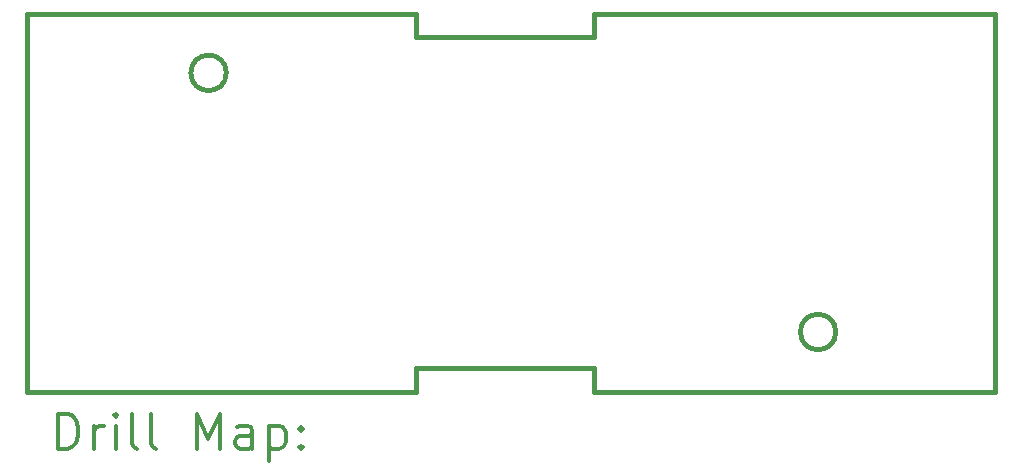
<source format=gbr>
%FSLAX45Y45*%
G04 Gerber Fmt 4.5, Leading zero omitted, Abs format (unit mm)*
G04 Created by KiCad (PCBNEW 5.1.12-84ad8e8a86~92~ubuntu20.04.1) date 2021-11-22 17:21:36*
%MOMM*%
%LPD*%
G01*
G04 APERTURE LIST*
%TA.AperFunction,Profile*%
%ADD10C,0.400000*%
%TD*%
%ADD11C,0.200000*%
%ADD12C,0.300000*%
G04 APERTURE END LIST*
D10*
X14716000Y-11105000D02*
X18116000Y-11105000D01*
X14716000Y-10905000D02*
X14716000Y-11105000D01*
X13216000Y-10905000D02*
X14716000Y-10905000D01*
X13216000Y-10905000D02*
X13216000Y-11105000D01*
X9916000Y-11105000D02*
X13216000Y-11105000D01*
X14716000Y-7905000D02*
X18116000Y-7905000D01*
X14716000Y-7905000D02*
X14716000Y-8105000D01*
X13216000Y-8105000D02*
X14716000Y-8105000D01*
X13216000Y-7905000D02*
X13216000Y-8105000D01*
X16766000Y-10599000D02*
G75*
G03*
X16766000Y-10599000I-150000J0D01*
G01*
X11606000Y-8405000D02*
G75*
G03*
X11606000Y-8405000I-150000J0D01*
G01*
X9916000Y-11105000D02*
X9916000Y-7905000D01*
X18116000Y-7905000D02*
X18116000Y-11105000D01*
X9916000Y-7905000D02*
X13216000Y-7905000D01*
D11*
D12*
X10182428Y-11590714D02*
X10182428Y-11290714D01*
X10253857Y-11290714D01*
X10296714Y-11305000D01*
X10325286Y-11333571D01*
X10339571Y-11362143D01*
X10353857Y-11419286D01*
X10353857Y-11462143D01*
X10339571Y-11519286D01*
X10325286Y-11547857D01*
X10296714Y-11576429D01*
X10253857Y-11590714D01*
X10182428Y-11590714D01*
X10482428Y-11590714D02*
X10482428Y-11390714D01*
X10482428Y-11447857D02*
X10496714Y-11419286D01*
X10511000Y-11405000D01*
X10539571Y-11390714D01*
X10568143Y-11390714D01*
X10668143Y-11590714D02*
X10668143Y-11390714D01*
X10668143Y-11290714D02*
X10653857Y-11305000D01*
X10668143Y-11319286D01*
X10682428Y-11305000D01*
X10668143Y-11290714D01*
X10668143Y-11319286D01*
X10853857Y-11590714D02*
X10825286Y-11576429D01*
X10811000Y-11547857D01*
X10811000Y-11290714D01*
X11011000Y-11590714D02*
X10982428Y-11576429D01*
X10968143Y-11547857D01*
X10968143Y-11290714D01*
X11353857Y-11590714D02*
X11353857Y-11290714D01*
X11453857Y-11505000D01*
X11553857Y-11290714D01*
X11553857Y-11590714D01*
X11825286Y-11590714D02*
X11825286Y-11433571D01*
X11811000Y-11405000D01*
X11782428Y-11390714D01*
X11725286Y-11390714D01*
X11696714Y-11405000D01*
X11825286Y-11576429D02*
X11796714Y-11590714D01*
X11725286Y-11590714D01*
X11696714Y-11576429D01*
X11682428Y-11547857D01*
X11682428Y-11519286D01*
X11696714Y-11490714D01*
X11725286Y-11476429D01*
X11796714Y-11476429D01*
X11825286Y-11462143D01*
X11968143Y-11390714D02*
X11968143Y-11690714D01*
X11968143Y-11405000D02*
X11996714Y-11390714D01*
X12053857Y-11390714D01*
X12082428Y-11405000D01*
X12096714Y-11419286D01*
X12111000Y-11447857D01*
X12111000Y-11533571D01*
X12096714Y-11562143D01*
X12082428Y-11576429D01*
X12053857Y-11590714D01*
X11996714Y-11590714D01*
X11968143Y-11576429D01*
X12239571Y-11562143D02*
X12253857Y-11576429D01*
X12239571Y-11590714D01*
X12225286Y-11576429D01*
X12239571Y-11562143D01*
X12239571Y-11590714D01*
X12239571Y-11405000D02*
X12253857Y-11419286D01*
X12239571Y-11433571D01*
X12225286Y-11419286D01*
X12239571Y-11405000D01*
X12239571Y-11433571D01*
M02*

</source>
